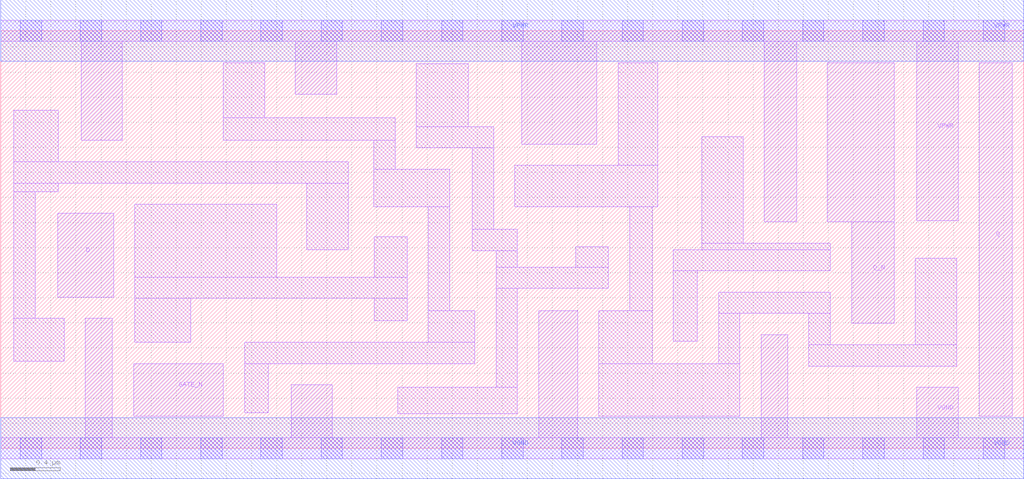
<source format=lef>
# Copyright 2020 The SkyWater PDK Authors
#
# Licensed under the Apache License, Version 2.0 (the "License");
# you may not use this file except in compliance with the License.
# You may obtain a copy of the License at
#
#     https://www.apache.org/licenses/LICENSE-2.0
#
# Unless required by applicable law or agreed to in writing, software
# distributed under the License is distributed on an "AS IS" BASIS,
# WITHOUT WARRANTIES OR CONDITIONS OF ANY KIND, either express or implied.
# See the License for the specific language governing permissions and
# limitations under the License.
#
# SPDX-License-Identifier: Apache-2.0

VERSION 5.7 ;
  NAMESCASESENSITIVE ON ;
  NOWIREEXTENSIONATPIN ON ;
  DIVIDERCHAR "/" ;
  BUSBITCHARS "[]" ;
UNITS
  DATABASE MICRONS 200 ;
END UNITS
MACRO sky130_fd_sc_lp__dlxbn_1
  CLASS CORE ;
  SOURCE USER ;
  FOREIGN sky130_fd_sc_lp__dlxbn_1 ;
  ORIGIN  0.000000  0.000000 ;
  SIZE  8.160000 BY  3.330000 ;
  SYMMETRY X Y R90 ;
  SITE unit ;
  PIN D
    ANTENNAGATEAREA  0.159000 ;
    DIRECTION INPUT ;
    USE SIGNAL ;
    PORT
      LAYER li1 ;
        RECT 0.455000 1.205000 0.900000 1.875000 ;
    END
  END D
  PIN Q
    ANTENNADIFFAREA  0.556500 ;
    DIRECTION OUTPUT ;
    USE SIGNAL ;
    PORT
      LAYER li1 ;
        RECT 7.805000 0.255000 8.065000 3.075000 ;
    END
  END Q
  PIN Q_N
    ANTENNADIFFAREA  0.556500 ;
    DIRECTION OUTPUT ;
    USE SIGNAL ;
    PORT
      LAYER li1 ;
        RECT 6.590000 1.805000 7.125000 3.075000 ;
        RECT 6.785000 0.995000 7.125000 1.805000 ;
    END
  END Q_N
  PIN GATE_N
    ANTENNAGATEAREA  0.159000 ;
    DIRECTION INPUT ;
    USE CLOCK ;
    PORT
      LAYER li1 ;
        RECT 1.060000 0.255000 1.775000 0.675000 ;
    END
  END GATE_N
  PIN VGND
    DIRECTION INOUT ;
    USE GROUND ;
    PORT
      LAYER li1 ;
        RECT 0.000000 -0.085000 8.160000 0.085000 ;
        RECT 0.675000  0.085000 0.890000 1.035000 ;
        RECT 2.315000  0.085000 2.645000 0.505000 ;
        RECT 4.290000  0.085000 4.600000 1.095000 ;
        RECT 6.065000  0.085000 6.275000 0.905000 ;
        RECT 7.305000  0.085000 7.635000 0.485000 ;
      LAYER mcon ;
        RECT 0.155000 -0.085000 0.325000 0.085000 ;
        RECT 0.635000 -0.085000 0.805000 0.085000 ;
        RECT 1.115000 -0.085000 1.285000 0.085000 ;
        RECT 1.595000 -0.085000 1.765000 0.085000 ;
        RECT 2.075000 -0.085000 2.245000 0.085000 ;
        RECT 2.555000 -0.085000 2.725000 0.085000 ;
        RECT 3.035000 -0.085000 3.205000 0.085000 ;
        RECT 3.515000 -0.085000 3.685000 0.085000 ;
        RECT 3.995000 -0.085000 4.165000 0.085000 ;
        RECT 4.475000 -0.085000 4.645000 0.085000 ;
        RECT 4.955000 -0.085000 5.125000 0.085000 ;
        RECT 5.435000 -0.085000 5.605000 0.085000 ;
        RECT 5.915000 -0.085000 6.085000 0.085000 ;
        RECT 6.395000 -0.085000 6.565000 0.085000 ;
        RECT 6.875000 -0.085000 7.045000 0.085000 ;
        RECT 7.355000 -0.085000 7.525000 0.085000 ;
        RECT 7.835000 -0.085000 8.005000 0.085000 ;
      LAYER met1 ;
        RECT 0.000000 -0.245000 8.160000 0.245000 ;
    END
  END VGND
  PIN VPWR
    DIRECTION INOUT ;
    USE POWER ;
    PORT
      LAYER li1 ;
        RECT 0.000000 3.245000 8.160000 3.415000 ;
        RECT 0.640000 2.455000 0.970000 3.245000 ;
        RECT 2.350000 2.825000 2.680000 3.245000 ;
        RECT 4.155000 2.425000 4.755000 3.245000 ;
        RECT 6.090000 1.805000 6.350000 3.245000 ;
        RECT 7.305000 1.815000 7.635000 3.245000 ;
      LAYER mcon ;
        RECT 0.155000 3.245000 0.325000 3.415000 ;
        RECT 0.635000 3.245000 0.805000 3.415000 ;
        RECT 1.115000 3.245000 1.285000 3.415000 ;
        RECT 1.595000 3.245000 1.765000 3.415000 ;
        RECT 2.075000 3.245000 2.245000 3.415000 ;
        RECT 2.555000 3.245000 2.725000 3.415000 ;
        RECT 3.035000 3.245000 3.205000 3.415000 ;
        RECT 3.515000 3.245000 3.685000 3.415000 ;
        RECT 3.995000 3.245000 4.165000 3.415000 ;
        RECT 4.475000 3.245000 4.645000 3.415000 ;
        RECT 4.955000 3.245000 5.125000 3.415000 ;
        RECT 5.435000 3.245000 5.605000 3.415000 ;
        RECT 5.915000 3.245000 6.085000 3.415000 ;
        RECT 6.395000 3.245000 6.565000 3.415000 ;
        RECT 6.875000 3.245000 7.045000 3.415000 ;
        RECT 7.355000 3.245000 7.525000 3.415000 ;
        RECT 7.835000 3.245000 8.005000 3.415000 ;
      LAYER met1 ;
        RECT 0.000000 3.085000 8.160000 3.575000 ;
    END
  END VPWR
  OBS
    LAYER li1 ;
      RECT 0.105000 0.695000 0.505000 1.035000 ;
      RECT 0.105000 1.035000 0.275000 2.045000 ;
      RECT 0.105000 2.045000 0.460000 2.115000 ;
      RECT 0.105000 2.115000 2.770000 2.285000 ;
      RECT 0.105000 2.285000 0.460000 2.695000 ;
      RECT 1.070000 0.845000 1.515000 1.195000 ;
      RECT 1.070000 1.195000 3.240000 1.365000 ;
      RECT 1.070000 1.365000 2.200000 1.945000 ;
      RECT 1.775000 2.455000 3.145000 2.635000 ;
      RECT 1.775000 2.635000 2.105000 3.075000 ;
      RECT 1.945000 0.285000 2.135000 0.675000 ;
      RECT 1.945000 0.675000 3.780000 0.845000 ;
      RECT 2.440000 1.585000 2.770000 2.115000 ;
      RECT 2.975000 1.925000 3.580000 2.225000 ;
      RECT 2.975000 2.225000 3.145000 2.455000 ;
      RECT 2.980000 1.015000 3.240000 1.195000 ;
      RECT 2.980000 1.365000 3.240000 1.685000 ;
      RECT 3.165000 0.275000 4.120000 0.485000 ;
      RECT 3.315000 2.395000 3.930000 2.565000 ;
      RECT 3.315000 2.565000 3.730000 3.065000 ;
      RECT 3.410000 0.845000 3.780000 1.095000 ;
      RECT 3.410000 1.095000 3.580000 1.925000 ;
      RECT 3.760000 1.575000 4.120000 1.745000 ;
      RECT 3.760000 1.745000 3.930000 2.395000 ;
      RECT 3.950000 0.485000 4.120000 1.275000 ;
      RECT 3.950000 1.275000 4.845000 1.445000 ;
      RECT 3.950000 1.445000 4.120000 1.575000 ;
      RECT 4.100000 1.925000 5.240000 2.255000 ;
      RECT 4.585000 1.445000 4.845000 1.605000 ;
      RECT 4.770000 0.255000 5.895000 0.675000 ;
      RECT 4.770000 0.675000 5.195000 1.095000 ;
      RECT 4.925000 2.255000 5.240000 3.075000 ;
      RECT 5.015000 1.095000 5.195000 1.925000 ;
      RECT 5.365000 0.855000 5.555000 1.415000 ;
      RECT 5.365000 1.415000 6.615000 1.585000 ;
      RECT 5.590000 1.585000 6.615000 1.635000 ;
      RECT 5.590000 1.635000 5.920000 2.485000 ;
      RECT 5.725000 0.675000 5.895000 1.075000 ;
      RECT 5.725000 1.075000 6.615000 1.245000 ;
      RECT 6.445000 0.655000 7.625000 0.825000 ;
      RECT 6.445000 0.825000 6.615000 1.075000 ;
      RECT 7.295000 0.825000 7.625000 1.515000 ;
  END
END sky130_fd_sc_lp__dlxbn_1

</source>
